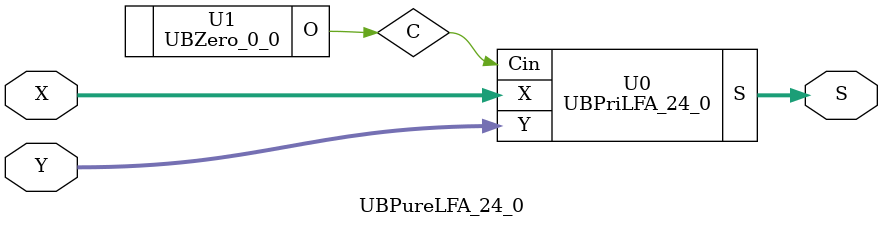
<source format=v>
/*----------------------------------------------------------------------------
  Copyright (c) 2021 Homma laboratory. All rights reserved.

  Top module: UBLFA_24_0_24_0

  Operand-1 length: 25
  Operand-2 length: 25
  Two-operand addition algorithm: Ladner-Fischer adder
----------------------------------------------------------------------------*/

module GPGenerator(Go, Po, A, B);
  output Go;
  output Po;
  input A;
  input B;
  assign Go = A & B;
  assign Po = A ^ B;
endmodule

module CarryOperator(Go, Po, Gi1, Pi1, Gi2, Pi2);
  output Go;
  output Po;
  input Gi1;
  input Gi2;
  input Pi1;
  input Pi2;
  assign Go = Gi1 | ( Gi2 & Pi1 );
  assign Po = Pi1 & Pi2;
endmodule

module UBPriLFA_24_0(S, X, Y, Cin);
  output [25:0] S;
  input Cin;
  input [24:0] X;
  input [24:0] Y;
  wire [24:0] G0;
  wire [24:0] G1;
  wire [24:0] G2;
  wire [24:0] G3;
  wire [24:0] G4;
  wire [24:0] G5;
  wire [24:0] P0;
  wire [24:0] P1;
  wire [24:0] P2;
  wire [24:0] P3;
  wire [24:0] P4;
  wire [24:0] P5;
  assign P1[0] = P0[0];
  assign G1[0] = G0[0];
  assign P1[2] = P0[2];
  assign G1[2] = G0[2];
  assign P1[4] = P0[4];
  assign G1[4] = G0[4];
  assign P1[6] = P0[6];
  assign G1[6] = G0[6];
  assign P1[8] = P0[8];
  assign G1[8] = G0[8];
  assign P1[10] = P0[10];
  assign G1[10] = G0[10];
  assign P1[12] = P0[12];
  assign G1[12] = G0[12];
  assign P1[14] = P0[14];
  assign G1[14] = G0[14];
  assign P1[16] = P0[16];
  assign G1[16] = G0[16];
  assign P1[18] = P0[18];
  assign G1[18] = G0[18];
  assign P1[20] = P0[20];
  assign G1[20] = G0[20];
  assign P1[22] = P0[22];
  assign G1[22] = G0[22];
  assign P1[24] = P0[24];
  assign G1[24] = G0[24];
  assign P2[0] = P1[0];
  assign G2[0] = G1[0];
  assign P2[1] = P1[1];
  assign G2[1] = G1[1];
  assign P2[4] = P1[4];
  assign G2[4] = G1[4];
  assign P2[5] = P1[5];
  assign G2[5] = G1[5];
  assign P2[8] = P1[8];
  assign G2[8] = G1[8];
  assign P2[9] = P1[9];
  assign G2[9] = G1[9];
  assign P2[12] = P1[12];
  assign G2[12] = G1[12];
  assign P2[13] = P1[13];
  assign G2[13] = G1[13];
  assign P2[16] = P1[16];
  assign G2[16] = G1[16];
  assign P2[17] = P1[17];
  assign G2[17] = G1[17];
  assign P2[20] = P1[20];
  assign G2[20] = G1[20];
  assign P2[21] = P1[21];
  assign G2[21] = G1[21];
  assign P2[24] = P1[24];
  assign G2[24] = G1[24];
  assign P3[0] = P2[0];
  assign G3[0] = G2[0];
  assign P3[1] = P2[1];
  assign G3[1] = G2[1];
  assign P3[2] = P2[2];
  assign G3[2] = G2[2];
  assign P3[3] = P2[3];
  assign G3[3] = G2[3];
  assign P3[8] = P2[8];
  assign G3[8] = G2[8];
  assign P3[9] = P2[9];
  assign G3[9] = G2[9];
  assign P3[10] = P2[10];
  assign G3[10] = G2[10];
  assign P3[11] = P2[11];
  assign G3[11] = G2[11];
  assign P3[16] = P2[16];
  assign G3[16] = G2[16];
  assign P3[17] = P2[17];
  assign G3[17] = G2[17];
  assign P3[18] = P2[18];
  assign G3[18] = G2[18];
  assign P3[19] = P2[19];
  assign G3[19] = G2[19];
  assign P3[24] = P2[24];
  assign G3[24] = G2[24];
  assign P4[0] = P3[0];
  assign G4[0] = G3[0];
  assign P4[1] = P3[1];
  assign G4[1] = G3[1];
  assign P4[2] = P3[2];
  assign G4[2] = G3[2];
  assign P4[3] = P3[3];
  assign G4[3] = G3[3];
  assign P4[4] = P3[4];
  assign G4[4] = G3[4];
  assign P4[5] = P3[5];
  assign G4[5] = G3[5];
  assign P4[6] = P3[6];
  assign G4[6] = G3[6];
  assign P4[7] = P3[7];
  assign G4[7] = G3[7];
  assign P4[16] = P3[16];
  assign G4[16] = G3[16];
  assign P4[17] = P3[17];
  assign G4[17] = G3[17];
  assign P4[18] = P3[18];
  assign G4[18] = G3[18];
  assign P4[19] = P3[19];
  assign G4[19] = G3[19];
  assign P4[20] = P3[20];
  assign G4[20] = G3[20];
  assign P4[21] = P3[21];
  assign G4[21] = G3[21];
  assign P4[22] = P3[22];
  assign G4[22] = G3[22];
  assign P4[23] = P3[23];
  assign G4[23] = G3[23];
  assign P5[0] = P4[0];
  assign G5[0] = G4[0];
  assign P5[1] = P4[1];
  assign G5[1] = G4[1];
  assign P5[2] = P4[2];
  assign G5[2] = G4[2];
  assign P5[3] = P4[3];
  assign G5[3] = G4[3];
  assign P5[4] = P4[4];
  assign G5[4] = G4[4];
  assign P5[5] = P4[5];
  assign G5[5] = G4[5];
  assign P5[6] = P4[6];
  assign G5[6] = G4[6];
  assign P5[7] = P4[7];
  assign G5[7] = G4[7];
  assign P5[8] = P4[8];
  assign G5[8] = G4[8];
  assign P5[9] = P4[9];
  assign G5[9] = G4[9];
  assign P5[10] = P4[10];
  assign G5[10] = G4[10];
  assign P5[11] = P4[11];
  assign G5[11] = G4[11];
  assign P5[12] = P4[12];
  assign G5[12] = G4[12];
  assign P5[13] = P4[13];
  assign G5[13] = G4[13];
  assign P5[14] = P4[14];
  assign G5[14] = G4[14];
  assign P5[15] = P4[15];
  assign G5[15] = G4[15];
  assign S[0] = Cin ^ P0[0];
  assign S[1] = ( G5[0] | ( P5[0] & Cin ) ) ^ P0[1];
  assign S[2] = ( G5[1] | ( P5[1] & Cin ) ) ^ P0[2];
  assign S[3] = ( G5[2] | ( P5[2] & Cin ) ) ^ P0[3];
  assign S[4] = ( G5[3] | ( P5[3] & Cin ) ) ^ P0[4];
  assign S[5] = ( G5[4] | ( P5[4] & Cin ) ) ^ P0[5];
  assign S[6] = ( G5[5] | ( P5[5] & Cin ) ) ^ P0[6];
  assign S[7] = ( G5[6] | ( P5[6] & Cin ) ) ^ P0[7];
  assign S[8] = ( G5[7] | ( P5[7] & Cin ) ) ^ P0[8];
  assign S[9] = ( G5[8] | ( P5[8] & Cin ) ) ^ P0[9];
  assign S[10] = ( G5[9] | ( P5[9] & Cin ) ) ^ P0[10];
  assign S[11] = ( G5[10] | ( P5[10] & Cin ) ) ^ P0[11];
  assign S[12] = ( G5[11] | ( P5[11] & Cin ) ) ^ P0[12];
  assign S[13] = ( G5[12] | ( P5[12] & Cin ) ) ^ P0[13];
  assign S[14] = ( G5[13] | ( P5[13] & Cin ) ) ^ P0[14];
  assign S[15] = ( G5[14] | ( P5[14] & Cin ) ) ^ P0[15];
  assign S[16] = ( G5[15] | ( P5[15] & Cin ) ) ^ P0[16];
  assign S[17] = ( G5[16] | ( P5[16] & Cin ) ) ^ P0[17];
  assign S[18] = ( G5[17] | ( P5[17] & Cin ) ) ^ P0[18];
  assign S[19] = ( G5[18] | ( P5[18] & Cin ) ) ^ P0[19];
  assign S[20] = ( G5[19] | ( P5[19] & Cin ) ) ^ P0[20];
  assign S[21] = ( G5[20] | ( P5[20] & Cin ) ) ^ P0[21];
  assign S[22] = ( G5[21] | ( P5[21] & Cin ) ) ^ P0[22];
  assign S[23] = ( G5[22] | ( P5[22] & Cin ) ) ^ P0[23];
  assign S[24] = ( G5[23] | ( P5[23] & Cin ) ) ^ P0[24];
  assign S[25] = G5[24] | ( P5[24] & Cin );
  GPGenerator U0 (G0[0], P0[0], X[0], Y[0]);
  GPGenerator U1 (G0[1], P0[1], X[1], Y[1]);
  GPGenerator U2 (G0[2], P0[2], X[2], Y[2]);
  GPGenerator U3 (G0[3], P0[3], X[3], Y[3]);
  GPGenerator U4 (G0[4], P0[4], X[4], Y[4]);
  GPGenerator U5 (G0[5], P0[5], X[5], Y[5]);
  GPGenerator U6 (G0[6], P0[6], X[6], Y[6]);
  GPGenerator U7 (G0[7], P0[7], X[7], Y[7]);
  GPGenerator U8 (G0[8], P0[8], X[8], Y[8]);
  GPGenerator U9 (G0[9], P0[9], X[9], Y[9]);
  GPGenerator U10 (G0[10], P0[10], X[10], Y[10]);
  GPGenerator U11 (G0[11], P0[11], X[11], Y[11]);
  GPGenerator U12 (G0[12], P0[12], X[12], Y[12]);
  GPGenerator U13 (G0[13], P0[13], X[13], Y[13]);
  GPGenerator U14 (G0[14], P0[14], X[14], Y[14]);
  GPGenerator U15 (G0[15], P0[15], X[15], Y[15]);
  GPGenerator U16 (G0[16], P0[16], X[16], Y[16]);
  GPGenerator U17 (G0[17], P0[17], X[17], Y[17]);
  GPGenerator U18 (G0[18], P0[18], X[18], Y[18]);
  GPGenerator U19 (G0[19], P0[19], X[19], Y[19]);
  GPGenerator U20 (G0[20], P0[20], X[20], Y[20]);
  GPGenerator U21 (G0[21], P0[21], X[21], Y[21]);
  GPGenerator U22 (G0[22], P0[22], X[22], Y[22]);
  GPGenerator U23 (G0[23], P0[23], X[23], Y[23]);
  GPGenerator U24 (G0[24], P0[24], X[24], Y[24]);
  CarryOperator U25 (G1[1], P1[1], G0[1], P0[1], G0[0], P0[0]);
  CarryOperator U26 (G1[3], P1[3], G0[3], P0[3], G0[2], P0[2]);
  CarryOperator U27 (G1[5], P1[5], G0[5], P0[5], G0[4], P0[4]);
  CarryOperator U28 (G1[7], P1[7], G0[7], P0[7], G0[6], P0[6]);
  CarryOperator U29 (G1[9], P1[9], G0[9], P0[9], G0[8], P0[8]);
  CarryOperator U30 (G1[11], P1[11], G0[11], P0[11], G0[10], P0[10]);
  CarryOperator U31 (G1[13], P1[13], G0[13], P0[13], G0[12], P0[12]);
  CarryOperator U32 (G1[15], P1[15], G0[15], P0[15], G0[14], P0[14]);
  CarryOperator U33 (G1[17], P1[17], G0[17], P0[17], G0[16], P0[16]);
  CarryOperator U34 (G1[19], P1[19], G0[19], P0[19], G0[18], P0[18]);
  CarryOperator U35 (G1[21], P1[21], G0[21], P0[21], G0[20], P0[20]);
  CarryOperator U36 (G1[23], P1[23], G0[23], P0[23], G0[22], P0[22]);
  CarryOperator U37 (G2[2], P2[2], G1[2], P1[2], G1[1], P1[1]);
  CarryOperator U38 (G2[3], P2[3], G1[3], P1[3], G1[1], P1[1]);
  CarryOperator U39 (G2[6], P2[6], G1[6], P1[6], G1[5], P1[5]);
  CarryOperator U40 (G2[7], P2[7], G1[7], P1[7], G1[5], P1[5]);
  CarryOperator U41 (G2[10], P2[10], G1[10], P1[10], G1[9], P1[9]);
  CarryOperator U42 (G2[11], P2[11], G1[11], P1[11], G1[9], P1[9]);
  CarryOperator U43 (G2[14], P2[14], G1[14], P1[14], G1[13], P1[13]);
  CarryOperator U44 (G2[15], P2[15], G1[15], P1[15], G1[13], P1[13]);
  CarryOperator U45 (G2[18], P2[18], G1[18], P1[18], G1[17], P1[17]);
  CarryOperator U46 (G2[19], P2[19], G1[19], P1[19], G1[17], P1[17]);
  CarryOperator U47 (G2[22], P2[22], G1[22], P1[22], G1[21], P1[21]);
  CarryOperator U48 (G2[23], P2[23], G1[23], P1[23], G1[21], P1[21]);
  CarryOperator U49 (G3[4], P3[4], G2[4], P2[4], G2[3], P2[3]);
  CarryOperator U50 (G3[5], P3[5], G2[5], P2[5], G2[3], P2[3]);
  CarryOperator U51 (G3[6], P3[6], G2[6], P2[6], G2[3], P2[3]);
  CarryOperator U52 (G3[7], P3[7], G2[7], P2[7], G2[3], P2[3]);
  CarryOperator U53 (G3[12], P3[12], G2[12], P2[12], G2[11], P2[11]);
  CarryOperator U54 (G3[13], P3[13], G2[13], P2[13], G2[11], P2[11]);
  CarryOperator U55 (G3[14], P3[14], G2[14], P2[14], G2[11], P2[11]);
  CarryOperator U56 (G3[15], P3[15], G2[15], P2[15], G2[11], P2[11]);
  CarryOperator U57 (G3[20], P3[20], G2[20], P2[20], G2[19], P2[19]);
  CarryOperator U58 (G3[21], P3[21], G2[21], P2[21], G2[19], P2[19]);
  CarryOperator U59 (G3[22], P3[22], G2[22], P2[22], G2[19], P2[19]);
  CarryOperator U60 (G3[23], P3[23], G2[23], P2[23], G2[19], P2[19]);
  CarryOperator U61 (G4[8], P4[8], G3[8], P3[8], G3[7], P3[7]);
  CarryOperator U62 (G4[9], P4[9], G3[9], P3[9], G3[7], P3[7]);
  CarryOperator U63 (G4[10], P4[10], G3[10], P3[10], G3[7], P3[7]);
  CarryOperator U64 (G4[11], P4[11], G3[11], P3[11], G3[7], P3[7]);
  CarryOperator U65 (G4[12], P4[12], G3[12], P3[12], G3[7], P3[7]);
  CarryOperator U66 (G4[13], P4[13], G3[13], P3[13], G3[7], P3[7]);
  CarryOperator U67 (G4[14], P4[14], G3[14], P3[14], G3[7], P3[7]);
  CarryOperator U68 (G4[15], P4[15], G3[15], P3[15], G3[7], P3[7]);
  CarryOperator U69 (G4[24], P4[24], G3[24], P3[24], G3[23], P3[23]);
  CarryOperator U70 (G5[16], P5[16], G4[16], P4[16], G4[15], P4[15]);
  CarryOperator U71 (G5[17], P5[17], G4[17], P4[17], G4[15], P4[15]);
  CarryOperator U72 (G5[18], P5[18], G4[18], P4[18], G4[15], P4[15]);
  CarryOperator U73 (G5[19], P5[19], G4[19], P4[19], G4[15], P4[15]);
  CarryOperator U74 (G5[20], P5[20], G4[20], P4[20], G4[15], P4[15]);
  CarryOperator U75 (G5[21], P5[21], G4[21], P4[21], G4[15], P4[15]);
  CarryOperator U76 (G5[22], P5[22], G4[22], P4[22], G4[15], P4[15]);
  CarryOperator U77 (G5[23], P5[23], G4[23], P4[23], G4[15], P4[15]);
  CarryOperator U78 (G5[24], P5[24], G4[24], P4[24], G4[15], P4[15]);
endmodule

module UBZero_0_0(O);
  output [0:0] O;
  assign O[0] = 0;
endmodule

module UBLFA_24_0_24_0 (S, X, Y);
  output [25:0] S;
  input [24:0] X;
  input [24:0] Y;
  UBPureLFA_24_0 U0 (S[25:0], X[24:0], Y[24:0]);
endmodule

module UBPureLFA_24_0 (S, X, Y);
  output [25:0] S;
  input [24:0] X;
  input [24:0] Y;
  wire C;
  UBPriLFA_24_0 U0 (S, X, Y, C);
  UBZero_0_0 U1 (C);
endmodule


</source>
